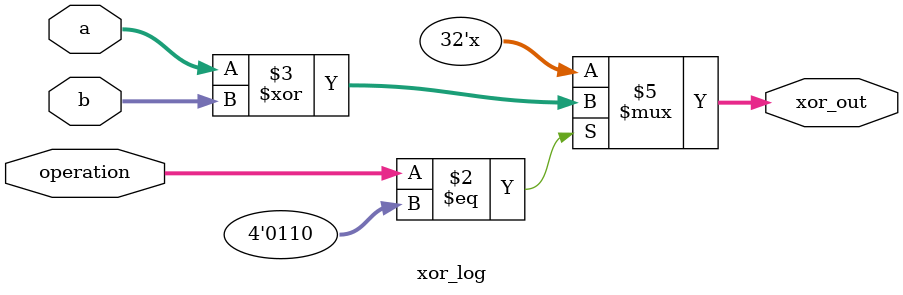
<source format=v>
`timescale 1ns / 1ps


module xor_log(
                input[31:0] a,b,
                input [3:0] operation,
                output reg[31:0] xor_out);
    always @(*) begin
        if(operation == 4'd6) xor_out <=  a ^ b;
        else xor_out <= 32'dz;
    end
endmodule

</source>
